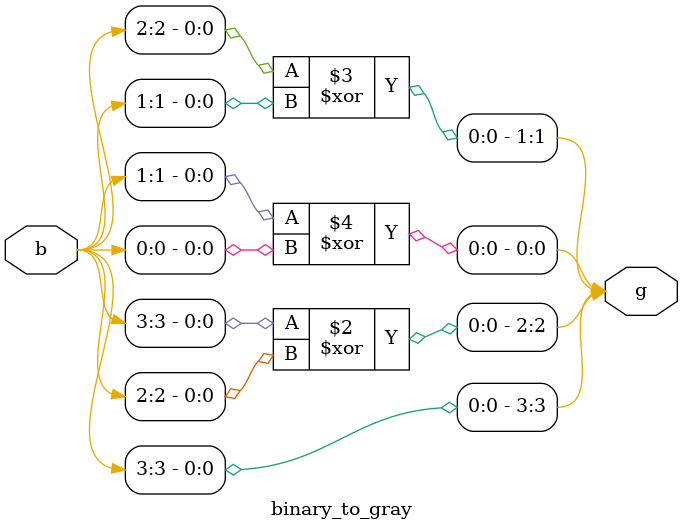
<source format=v>
module binary_to_gray(
	input [3:0]b,
	output reg [4:0]g
);

always @(*) begin 
	
	g[3] = b[3];
	g[2] = b[3] ^ b[2];
	g[1] = b[2] ^ b[1];
	g[0] = b[1] ^ b[0];

end 
endmodule 
</source>
